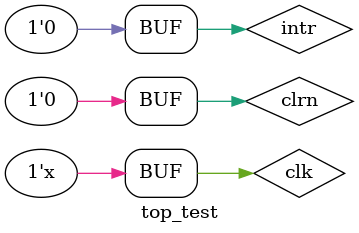
<source format=v>
`timescale 1ns / 1ps

module top_test();
    reg clk,clrn,intr;
    wire inta;
    wire [31:0]pc;
    wire [31:0]inst;
    wire [31:0]aluoutM,aluoutE,wd;
    initial begin
        clk=0;clrn=0;intr=0;
        #3;clrn=1;
        #1;clrn=0;
        #516;intr=1;
        #10;intr=0;
    end
    always #5 clk=~clk;
    top  top_inst (
    .clk(clk),
    .clrn(clrn),
    .intr(intr),
    .pc(pc),
    .inst(inst),
    .aluoutM(aluoutM),
    .aluoutE(aluoutE),
    .wd(wd),
    .inta(inta)
  );
endmodule
</source>
